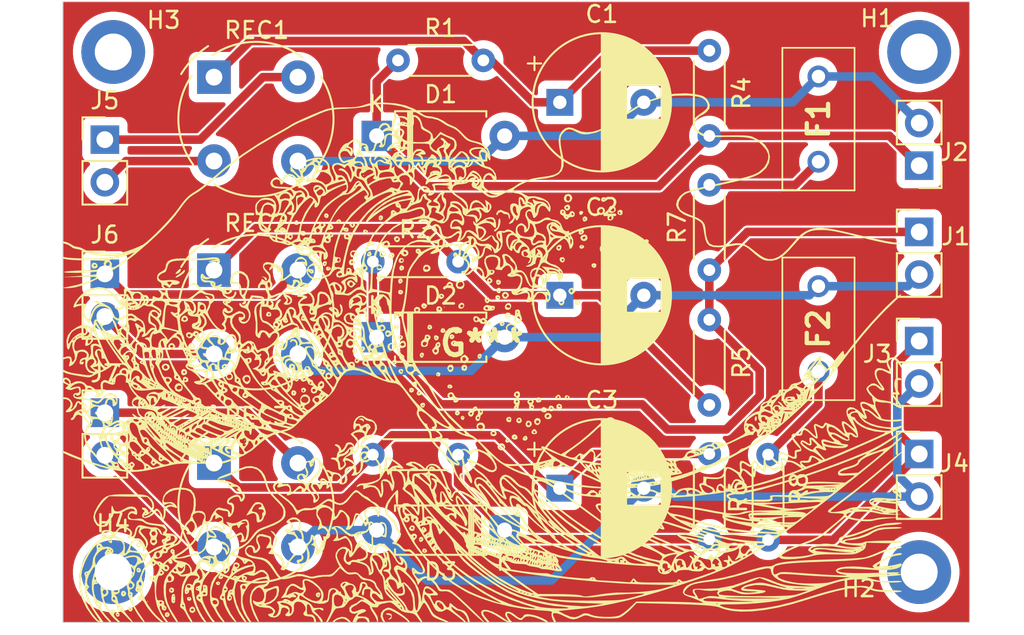
<source format=kicad_pcb>
(kicad_pcb (version 20241229) (generator "pcbnew") (generator_version "9.0")
  (layers (0 "F.Cu" signal) (2 "B.Cu" signal) (13 "F.Paste" user) (15 "B.Paste" user) (5 "F.SilkS" user "F.Silkscreen") (7 "B.SilkS" user "B.Silkscreen") (1 "F.Mask" user) (3 "B.Mask" user) (25 "Edge.Cuts" user))
  (net 0 "")
  (net 1 "/GND1")
  (net 2 "Net-(D1-K)")
  (net 3 "/GND2")
  (net 4 "Earth")
  (net 5 "Net-(REC1-+)")
  (net 6 "Net-(REC2-+)")
  (net 7 "Net-(REC3-+)")
  (net 8 "Net-(J5-Pin_2)")
  (net 9 "Net-(J5-Pin_1)")
  (net 10 "Net-(J6-Pin_1)")
  (net 11 "Net-(J6-Pin_2)")
  (net 12 "Net-(J7-Pin_2)")
  (net 13 "Net-(J7-Pin_1)")
  (net 14 "Net-(D2-K)")
  (net 15 "Net-(D3-K)")
  (net 16 "Net-(F1-Pad1)")
  (net 17 "Net-(F2-Pad1)")
  (footprint "MountingHole:MountingHole_2.2mm_M2_DIN965_Pad" (layer "F.Cu") (at 71 21.5)
    (property "Reference" "H1" (at -2.5 -2 0) (layer "F.SilkS"))
    (property "Value" "MountingHole")
    (pad "1" thru_hole circle (at 0 0) (size 3.8 3.8) (drill 2.2) (layers "*.Cu" "*.Mask"))
  )
  (footprint "Connector_PinHeader_2.54mm:PinHeader_1x02_P2.54mm_Vertical" (layer "F.Cu") (at 71 28.275 180)
    (property "Reference" "J1" (at -2.175 -4.225 0) (layer "F.SilkS"))
    (property "Value" "Conn_01x02_Pin")
    (pad "1" thru_hole rect (at 0 0 180) (size 1.7 1.7) (drill 1) (layers "*.Cu" "*.Mask") (net 2 "Net-(D1-K)"))
    (pad "2" thru_hole oval (at 0 2.54 180) (size 1.7 1.7) (drill 1) (layers "*.Cu" "*.Mask") (net 1 "/GND1"))
  )
  (footprint "Capacitor_THT:CP_Radial_D8.0mm_P5.00mm" (layer "F.Cu") (at 49.597349 36)
    (property "Reference" "C2" (at 2.5 -5.25 0) (layer "F.SilkS"))
    (property "Value" "C_Polarized")
    (pad "1" thru_hole rect (at 0 0) (size 1.6 1.6) (drill 0.8) (layers "*.Cu" "*.Mask") (net 6 "Net-(REC2-+)"))
    (pad "2" thru_hole circle (at 5 0) (size 1.6 1.6) (drill 0.8) (layers "*.Cu" "*.Mask") (net 3 "/GND2"))
  )
  (footprint "Connector_PinHeader_2.54mm:PinHeader_1x02_P2.54mm_Vertical" (layer "F.Cu") (at 22.5 34.725)
    (property "Reference" "J6" (at 0 -2.33 0) (layer "F.SilkS"))
    (property "Value" "Conn_01x02_Pin")
    (pad "1" thru_hole rect (at 0 0) (size 1.7 1.7) (drill 1) (layers "*.Cu" "*.Mask") (net 10 "Net-(J6-Pin_1)"))
    (pad "2" thru_hole oval (at 0 2.54) (size 1.7 1.7) (drill 1) (layers "*.Cu" "*.Mask") (net 11 "Net-(J6-Pin_2)"))
  )
  (footprint "Fuse:SS5H2AAPH" (layer "F.Cu") (at 65 40.54 90)
    (property "Reference" "F2" (at 2.54 0 90) (layer "F.SilkS") (effects (font (size 1.27 1.27) (thickness 0.254))))
    (property "Value" "Fuse" (hide yes))
    (pad "1" thru_hole circle (at 0 0 90) (size 1.3 1.3) (drill 0.8) (layers "*.Cu" "*.Mask") (net 17 "Net-(F2-Pad1)"))
    (pad "2" thru_hole circle (at 5.08 0 90) (size 1.3 1.3) (drill 0.8) (layers "*.Cu" "*.Mask") (net 3 "/GND2"))
  )
  (footprint "Resistor_THT:R_Axial_DIN0204_L3.6mm_D1.6mm_P5.08mm_Horizontal" (layer "F.Cu") (at 58.5 37.46 -90)
    (property "Reference" "R5" (at 2.54 -1.92 90) (layer "F.SilkS"))
    (property "Value" "R_US")
    (pad "1" thru_hole circle (at 0 0 270) (size 1.4 1.4) (drill 0.7) (layers "*.Cu" "*.Mask") (net 14 "Net-(D2-K)"))
    (pad "2" thru_hole oval (at 5.08 0 270) (size 1.4 1.4) (drill 0.7) (layers "*.Cu" "*.Mask") (net 6 "Net-(REC2-+)"))
  )
  (footprint "Diode_THT:Diode_Bridge_Round_D9.0mm" (layer "F.Cu") (at 29 34.5)
    (property "Reference" "REC2" (at 2.54 -2.794 0) (layer "F.SilkS"))
    (property "Value" "RB154")
    (pad "1" thru_hole rect (at 0 0) (size 2 2) (drill 1) (layers "*.Cu" "*.Mask") (net 6 "Net-(REC2-+)"))
    (pad "2" thru_hole oval (at 0 5) (size 2 2) (drill 1) (layers "*.Cu" "*.Mask") (net 11 "Net-(J6-Pin_2)"))
    (pad "3" thru_hole oval (at 5 5) (size 2 2) (drill 1) (layers "*.Cu" "*.Mask") (net 3 "/GND2"))
    (pad "4" thru_hole oval (at 5 0) (size 2 2) (drill 1) (layers "*.Cu" "*.Mask") (net 10 "Net-(J6-Pin_1)"))
  )
  (footprint "Capacitor_THT:CP_Radial_D8.0mm_P5.00mm" (layer "F.Cu") (at 49.597349 47.5)
    (property "Reference" "C3" (at 2.5 -5.25 0) (layer "F.SilkS"))
    (property "Value" "C_Polarized")
    (pad "1" thru_hole rect (at 0 0) (size 1.6 1.6) (drill 0.8) (layers "*.Cu" "*.Mask") (net 7 "Net-(REC3-+)"))
    (pad "2" thru_hole circle (at 5 0) (size 1.6 1.6) (drill 0.8) (layers "*.Cu" "*.Mask") (net 4 "Earth"))
  )
  (footprint "Resistor_THT:R_Axial_DIN0204_L3.6mm_D1.6mm_P5.08mm_Horizontal" (layer "F.Cu") (at 58.5 50.54 90)
    (property "Reference" "R6" (at 2.54 1.725 90) (layer "F.SilkS"))
    (property "Value" "R_US")
    (pad "1" thru_hole circle (at 0 0 90) (size 1.4 1.4) (drill 0.7) (layers "*.Cu" "*.Mask") (net 15 "Net-(D3-K)"))
    (pad "2" thru_hole oval (at 5.08 0 90) (size 1.4 1.4) (drill 0.7) (layers "*.Cu" "*.Mask") (net 7 "Net-(REC3-+)"))
  )
  (footprint "Resistor_THT:R_Axial_DIN0204_L3.6mm_D1.6mm_P5.08mm_Horizontal" (layer "F.Cu") (at 58.5 34.5 90)
    (property "Reference" "R7" (at 2.54 -1.92 90) (layer "F.SilkS"))
    (property "Value" "0_Ohm")
    (pad "1" thru_hole circle (at 0 0 90) (size 1.4 1.4) (drill 0.7) (layers "*.Cu" "*.Mask") (net 14 "Net-(D2-K)"))
    (pad "2" thru_hole oval (at 5.08 0 90) (size 1.4 1.4) (drill 0.7) (layers "*.Cu" "*.Mask") (net 16 "Net-(F1-Pad1)"))
  )
  (footprint "Connector_PinHeader_2.54mm:PinHeader_1x02_P2.54mm_Vertical" (layer "F.Cu") (at 71 32.225)
    (property "Reference" "J2" (at 2.075 -4.75 0) (layer "F.SilkS"))
    (property "Value" "Conn_01x02_Pin")
    (pad "1" thru_hole rect (at 0 0) (size 1.7 1.7) (drill 1) (layers "*.Cu" "*.Mask") (net 14 "Net-(D2-K)"))
    (pad "2" thru_hole oval (at 0 2.54) (size 1.7 1.7) (drill 1) (layers "*.Cu" "*.Mask") (net 3 "/GND2"))
  )
  (footprint "Connector_PinHeader_2.54mm:PinHeader_1x02_P2.54mm_Vertical" (layer "F.Cu") (at 71 38.725)
    (property "Reference" "J3" (at -2.5 0.775 0) (layer "F.SilkS"))
    (property "Value" "Conn_01x02_Pin")
    (pad "1" thru_hole rect (at 0 0) (size 1.7 1.7) (drill 1) (layers "*.Cu" "*.Mask") (net 15 "Net-(D3-K)"))
    (pad "2" thru_hole oval (at 0 2.54) (size 1.7 1.7) (drill 1) (layers "*.Cu" "*.Mask") (net 4 "Earth"))
  )
  (footprint "Connector_PinHeader_2.54mm:PinHeader_1x02_P2.54mm_Vertical" (layer "F.Cu") (at 71 45.46)
    (property "Reference" "J4" (at 2.1 0.565 0) (layer "F.SilkS"))
    (property "Value" "Conn_01x02_Pin")
    (pad "1" thru_hole rect (at 0 0) (size 1.7 1.7) (drill 1) (layers "*.Cu" "*.Mask") (net 15 "Net-(D3-K)"))
    (pad "2" thru_hole oval (at 0 2.54) (size 1.7 1.7) (drill 1) (layers "*.Cu" "*.Mask") (net 4 "Earth"))
  )
  (footprint "Resistor_THT:R_Axial_DIN0204_L3.6mm_D1.6mm_P5.08mm_Horizontal" (layer "F.Cu") (at 39.96 22)
    (property "Reference" "R1" (at 2.54 -1.92 0) (layer "F.SilkS"))
    (property "Value" "R_US")
    (pad "1" thru_hole circle (at 0 0) (size 1.4 1.4) (drill 0.7) (layers "*.Cu" "*.Mask") (net 2 "Net-(D1-K)"))
    (pad "2" thru_hole oval (at 5.08 0) (size 1.4 1.4) (drill 0.7) (layers "*.Cu" "*.Mask") (net 5 "Net-(REC1-+)"))
  )
  (footprint "Fuse:SS5H2AAPH" (layer "F.Cu") (at 65 28.04 90)
    (property "Reference" "F1" (at 2.54 0 90) (layer "F.SilkS") (effects (font (size 1.27 1.27) (thickness 0.254))))
    (property "Value" "Fuse" (hide yes))
    (pad "1" thru_hole circle (at 0 0 90) (size 1.3 1.3) (drill 0.8) (layers "*.Cu" "*.Mask") (net 16 "Net-(F1-Pad1)"))
    (pad "2" thru_hole circle (at 5.08 0 90) (size 1.3 1.3) (drill 0.8) (layers "*.Cu" "*.Mask") (net 1 "/GND1"))
  )
  (footprint "Resistor_THT:R_Axial_DIN0204_L3.6mm_D1.6mm_P5.08mm_Horizontal" (layer "F.Cu") (at 38.46 34)
    (property "Reference" "R2" (at 2.54 -1.92 0) (layer "F.SilkS"))
    (property "Value" "R_US")
    (pad "1" thru_hole circle (at 0 0) (size 1.4 1.4) (drill 0.7) (layers "*.Cu" "*.Mask") (net 14 "Net-(D2-K)"))
    (pad "2" thru_hole oval (at 5.08 0) (size 1.4 1.4) (drill 0.7) (layers "*.Cu" "*.Mask") (net 6 "Net-(REC2-+)"))
  )
  (footprint "LOGO" (layer "F.Cu") (at 44.958 38.862)
    (property "Reference" "G***" (at 0 0 0) (layer "F.SilkS") (effects (font (size 1.5 1.5) (thickness 0.3))))
    (property "Value" "LOGO" (hide yes))
  )
  (footprint "MountingHole:MountingHole_2.2mm_M2_DIN965_Pad" (layer "F.Cu") (at 23 52.5)
    (property "Reference" "H4" (at 0 -2.9 0) (layer "F.SilkS"))
    (property "Value" "MountingHole")
    (pad "1" thru_hole circle (at 0 0) (size 3.8 3.8) (drill 2.2) (layers "*.Cu" "*.Mask"))
  )
  (footprint "Resistor_THT:R_Axial_DIN0204_L3.6mm_D1.6mm_P5.08mm_Horizontal" (layer "F.Cu") (at 58.5 26.5 90)
    (property "Reference" "R4" (at 2.54 1.925 90) (layer "F.SilkS"))
    (property "Value" "R_US")
    (pad "1" thru_hole circle (at 0 0 90) (size 1.4 1.4) (drill 0.7) (layers "*.Cu" "*.Mask") (net 2 "Net-(D1-K)"))
    (pad "2" thru_hole oval (at 5.08 0 90) (size 1.4 1.4) (drill 0.7) (layers "*.Cu" "*.Mask") (net 5 "Net-(REC1-+)"))
  )
  (footprint "Capacitor_THT:CP_Radial_D8.0mm_P5.00mm" (layer "F.Cu") (at 49.597349 24.5)
    (property "Reference" "C1" (at 2.5 -5.25 0) (layer "F.SilkS"))
    (property "Value" "C_Polarized")
    (pad "1" thru_hole rect (at 0 0) (size 1.6 1.6) (drill 0.8) (layers "*.Cu" "*.Mask") (net 5 "Net-(REC1-+)"))
    (pad "2" thru_hole circle (at 5 0) (size 1.6 1.6) (drill 0.8) (layers "*.Cu" "*.Mask") (net 1 "/GND1"))
  )
  (footprint "Diode_THT:D_A-405_P7.62mm_Horizontal" (layer "F.Cu") (at 38.69 38.5)
    (property "Reference" "D2" (at 3.81 -2.47 0) (layer "F.SilkS"))
    (property "Value" "1N4148WT")
    (fp_text user "K" (at 0 -1.9 0) (layer "F.SilkS"))
    (pad "1" thru_hole rect (at 0 0) (size 1.8 1.8) (drill 0.9) (layers "*.Cu" "*.Mask") (net 14 "Net-(D2-K)"))
    (pad "2" thru_hole oval (at 7.62 0) (size 1.8 1.8) (drill 0.9) (layers "*.Cu" "*.Mask") (net 3 "/GND2"))
  )
  (footprint "Diode_THT:D_A-405_P7.62mm_Horizontal" (layer "F.Cu") (at 38.69 26.5)
    (property "Reference" "D1" (at 3.81 -2.47 0) (layer "F.SilkS"))
    (property "Value" "1N4148WT")
    (fp_text user "K" (at 0 -1.9 0) (layer "F.SilkS"))
    (pad "1" thru_hole rect (at 0 0) (size 1.8 1.8) (drill 0.9) (layers "*.Cu" "*.Mask") (net 2 "Net-(D1-K)"))
    (pad "2" thru_hole oval (at 7.62 0) (size 1.8 1.8) (drill 0.9) (layers "*.Cu" "*.Mask") (net 1 "/GND1"))
  )
  (footprint "Resistor_THT:R_Axial_DIN0204_L3.6mm_D1.6mm_P5.08mm_Horizontal" (layer "F.Cu") (at 43.54 45.5 180)
    (property "Reference" "R3" (hide yes))
    (property "Value" "R_US")
    (pad "1" thru_hole circle (at 0 0 180) (size 1.4 1.4) (drill 0.7) (layers "*.Cu" "*.Mask") (net 15 "Net-(D3-K)"))
    (pad "2" thru_hole oval (at 5.08 0 180) (size 1.4 1.4) (drill 0.7) (layers "*.Cu" "*.Mask") (net 7 "Net-(REC3-+)"))
  )
  (footprint "Diode_THT:Diode_Bridge_Round_D9.0mm" (layer "F.Cu") (at 29 46)
    (property "Reference" "REC3" (at 2.54 -2.794 0) (layer "F.SilkS"))
    (property "Value" "RB154")
    (pad "1" thru_hole rect (at 0 0) (size 2 2) (drill 1) (layers "*.Cu" "*.Mask") (net 7 "Net-(REC3-+)"))
    (pad "2" thru_hole oval (at 0 5) (size 2 2) (drill 1) (layers "*.Cu" "*.Mask") (net 12 "Net-(J7-Pin_2)"))
    (pad "3" thru_hole oval (at 5 5) (size 2 2) (drill 1) (layers "*.Cu" "*.Mask") (net 4 "Earth"))
    (pad "4" thru_hole oval (at 5 0) (size 2 2) (drill 1) (layers "*.Cu" "*.Mask") (net 13 "Net-(J7-Pin_1)"))
  )
  (footprint "Diode_THT:D_A-405_P7.62mm_Horizontal" (layer "F.Cu") (at 46.31 50 180)
    (property "Reference" "D3" (at 3.81 -2.47 0) (layer "F.SilkS"))
    (property "Value" "1N4148WT")
    (fp_text user "K" (at 0 -1.9 0) (layer "F.SilkS"))
    (pad "1" thru_hole rect (at 0 0 180) (size 1.8 1.8) (drill 0.9) (layers "*.Cu" "*.Mask") (net 15 "Net-(D3-K)"))
    (pad "2" thru_hole oval (at 7.62 0 180) (size 1.8 1.8) (drill 0.9) (layers "*.Cu" "*.Mask") (net 4 "Earth"))
  )
  (footprint "MountingHole:MountingHole_2.2mm_M2_DIN965_Pad" (layer "F.Cu") (at 71 52.5)
    (property "Reference" "H2" (at -3.6 0.975 0) (layer "F.SilkS"))
    (property "Value" "MountingHole")
    (pad "1" thru_hole circle (at 0 0) (size 3.8 3.8) (drill 2.2) (layers "*.Cu" "*.Mask"))
  )
  (footprint "Diode_THT:Diode_Bridge_Round_D9.0mm" (layer "F.Cu") (at 29 23)
    (property "Reference" "REC1" (at 2.54 -2.794 0) (layer "F.SilkS"))
    (property "Value" "RB154")
    (pad "1" thru_hole rect (at 0 0) (size 2 2) (drill 1) (layers "*.Cu" "*.Mask") (net 5 "Net-(REC1-+)"))
    (pad "2" thru_hole oval (at 0 5) (size 2 2) (drill 1) (layers "*.Cu" "*.Mask") (net 8 "Net-(J5-Pin_2)"))
    (pad "3" thru_hole oval (at 5 5) (size 2 2) (drill 1) (layers "*.Cu" "*.Mask") (net 1 "/GND1"))
    (pad "4" thru_hole oval (at 5 0) (size 2 2) (drill 1) (layers "*.Cu" "*.Mask") (net 9 "Net-(J5-Pin_1)"))
  )
  (footprint "MountingHole:MountingHole_2.2mm_M2_DIN965_Pad" (layer "F.Cu") (at 23 21.5)
    (property "Reference" "H3" (at 3 -1.9 0) (layer "F.SilkS"))
    (property "Value" "MountingHole")
    (pad "1" thru_hole circle (at 0 0) (size 3.8 3.8) (drill 2.2) (layers "*.Cu" "*.Mask"))
  )
  (footprint "Connector_PinHeader_2.54mm:PinHeader_1x02_P2.54mm_Vertical" (layer "F.Cu") (at 22.5 26.725)
    (property "Reference" "J5" (at 0 -2.33 0) (layer "F.SilkS"))
    (property "Value" "Conn_01x02_Pin")
    (pad "1" thru_hole rect (at 0 0) (size 1.7 1.7) (drill 1) (layers "*.Cu" "*.Mask") (net 9 "Net-(J5-Pin_1)"))
    (pad "2" thru_hole oval (at 0 2.54) (size 1.7 1.7) (drill 1) (layers "*.Cu" "*.Mask") (net 8 "Net-(J5-Pin_2)"))
  )
  (footprint "Resistor_THT:R_Axial_DIN0204_L3.6mm_D1.6mm_P5.08mm_Horizontal" (layer "F.Cu") (at 62 50.58 90)
    (property "Reference" "R8" (at 3.055 1.85 90) (layer "F.SilkS"))
    (property "Value" "0_Ohm")
    (pad "1" thru_hole circle (at 0 0 90) (size 1.4 1.4) (drill 0.7) (layers "*.Cu" "*.Mask") (net 15 "Net-(D3-K)"))
    (pad "2" thru_hole oval (at 5.08 0 90) (size 1.4 1.4) (drill 0.7) (layers "*.Cu" "*.Mask") (net 17 "Net-(F2-Pad1)"))
  )
  (footprint "Connector_PinHeader_2.54mm:PinHeader_1x02_P2.54mm_Vertical" (layer "F.Cu") (at 22.5 43)
    (property "Reference" "J7" (at 0 -2.33 0) (layer "F.SilkS"))
    (property "Value" "Conn_01x02_Pin")
    (pad "1" thru_hole rect (at 0 0) (size 1.7 1.7) (drill 1) (layers "*.Cu" "*.Mask") (net 13 "Net-(J7-Pin_1)"))
    (pad "2" thru_hole oval (at 0 2.54) (size 1.7 1.7) (drill 1) (layers "*.Cu" "*.Mask") (net 12 "Net-(J7-Pin_2)"))
  )
  (gr_rect (start 20 18.5) (end 74 55.5) (stroke (width 0.05)) (fill no) (layer "Edge.Cuts"))
  (segment (start 63.46 24.5) (end 65 22.96) (width 0.508) (layer "B.Cu") (net 1))
  (segment (start 68.225 22.96) (end 71 25.735) (width 0.508) (layer "B.Cu") (net 1))
  (segment (start 34 28) (end 44.81 28) (width 0.508) (layer "B.Cu") (net 1))
  (segment (start 52.597349 26.5) (end 54.597349 24.5) (width 0.508) (layer "B.Cu") (net 1))
  (segment (start 54.597349 24.5) (end 63.46 24.5) (width 0.508) (layer "B.Cu") (net 1))
  (segment (start 44.81 28) (end 46.31 26.5) (width 0.508) (layer "B.Cu") (net 1))
  (segment (start 65 22.96) (end 68.225 22.96) (width 0.508) (layer "B.Cu") (net 1))
  (segment (start 46.31 26.5) (end 52.597349 26.5) (width 0.508) (layer "B.Cu") (net 1))
  (segment (start 58.5 26.5) (end 69.225 26.5) (width 0.508) (layer "F.Cu") (net 2))
  (segment (start 41.69 29.5) (end 55.5 29.5) (width 0.508) (layer "F.Cu") (net 2))
  (segment (start 38.69 26.5) (end 41.69 29.5) (width 0.508) (layer "F.Cu") (net 2))
  (segment (start 38.69 23.27) (end 39.96 22) (width 0.508) (layer "F.Cu") (net 2))
  (segment (start 69.225 26.5) (end 71 28.275) (width 0.508) (layer "F.Cu") (net 2))
  (segment (start 55.5 29.5) (end 58.5 26.5) (width 0.508) (layer "F.Cu") (net 2))
  (segment (start 38.69 26.5) (end 38.69 23.27) (width 0.508) (layer "F.Cu") (net 2))
  (segment (start 35 40.5) (end 44.31 40.5) (width 0.508) (layer "B.Cu") (net 3))
  (segment (start 65 35.46) (end 70.305 35.46) (width 0.508) (layer "B.Cu") (net 3))
  (segment (start 34 39.5) (end 35 40.5) (width 0.508) (layer "B.Cu") (net 3))
  (segment (start 54.597349 36) (end 64.46 36) (width 0.508) (layer "B.Cu") (net 3))
  (segment (start 44.31 40.5) (end 46.31 38.5) (width 0.508) (layer "B.Cu") (net 3))
  (segment (start 64.46 36) (end 65 35.46) (width 0.508) (layer "B.Cu") (net 3))
  (segment (start 70.305 35.46) (end 71 34.765) (width 0.508) (layer "B.Cu") (net 3))
  (segment (start 46.31 38.5) (end 52.097349 38.5) (width 0.508) (layer "B.Cu") (net 3))
  (segment (start 52.097349 38.5) (end 54.597349 36) (width 0.508) (layer "B.Cu") (net 3))
  (segment (start 69.695 46.695) (end 69.695 42.57) (width 0.508) (layer "B.Cu") (net 4))
  (segment (start 41.69 53) (end 49.097349 53) (width 0.508) (layer "B.Cu") (net 4))
  (segment (start 71 48) (end 69.695 46.695) (width 0.508) (layer "B.Cu") (net 4))
  (segment (start 56.5 48) (end 71 48) (width 0.508) (layer "B.Cu") (net 4))
  (segment (start 34 51) (end 35 50) (width 0.508) (layer "B.Cu") (net 4))
  (segment (start 35 50) (end 38.69 50) (width 0.508) (layer "B.Cu") (net 4))
  (segment (start 69.695 42.57) (end 71 41.265) (width 0.508) (layer "B.Cu") (net 4))
  (segment (start 54.597349 47.5) (end 56 47.5) (width 0.508) (layer "B.Cu") (net 4))
  (segment (start 49.097349 53) (end 54.597349 47.5) (width 0.508) (layer "B.Cu") (net 4))
  (segment (start 56 47.5) (end 56.5 48) (width 0.508) (layer "B.Cu") (net 4))
  (segment (start 38.69 50) (end 41.69 53) (width 0.508) (layer "B.Cu") (net 4))
  (segment (start 31.155 20.845) (end 29 23) (width 0.508) (layer "F.Cu") (net 5))
  (segment (start 52.677349 21.42) (end 58.5 21.42) (width 0.508) (layer "F.Cu") (net 5))
  (segment (start 45.04 22) (end 45.5 22) (width 0.508) (layer "F.Cu") (net 5))
  (segment (start 45.04 22) (end 43.885 20.845) (width 0.508) (layer "F.Cu") (net 5))
  (segment (start 49.597349 24.5) (end 52.677349 21.42) (width 0.508) (layer "F.Cu") (net 5))
  (segment (start 48 24.5) (end 49.597349 24.5) (width 0.508) (layer "F.Cu") (net 5))
  (segment (start 43.885 20.845) (end 31.155 20.845) (width 0.508) (layer "F.Cu") (net 5))
  (segment (start 45.5 22) (end 48 24.5) (width 0.508) (layer "F.Cu") (net 5))
  (segment (start 49.597349 36) (end 51.96 36) (width 0.508) (layer "F.Cu") (net 6))
  (segment (start 51.96 36) (end 58.5 42.54) (width 0.508) (layer "F.Cu") (net 6))
  (segment (start 49.597349 36) (end 45.54 36) (width 0.508) (layer "F.Cu") (net 6))
  (segment (start 41.54 32) (end 43.54 34) (width 0.508) (layer "F.Cu") (net 6))
  (segment (start 31.5 32) (end 41.54 32) (width 0.508) (layer "F.Cu") (net 6))
  (segment (start 45.54 36) (end 43.54 34) (width 0.508) (layer "F.Cu") (net 6))
  (segment (start 29 34.5) (end 31.5 32) (width 0.508) (layer "F.Cu") (net 6))
  (segment (start 38.46 45.5) (end 39.615 44.345) (width 0.508) (layer "F.Cu") (net 7))
  (segment (start 38.46 45.5) (end 36.505 47.455) (width 0.508) (layer "F.Cu") (net 7))
  (segment (start 51.637349 45.46) (end 58.5 45.46) (width 0.508) (layer "F.Cu") (net 7))
  (segment (start 36.505 47.455) (end 30.455 47.455) (width 0.508) (layer "F.Cu") (net 7))
  (segment (start 49.597349 47.5) (end 51.637349 45.46) (width 0.508) (layer "F.Cu") (net 7))
  (segment (start 39.615 44.345) (end 45.845 44.345) (width 0.508) (layer "F.Cu") (net 7))
  (segment (start 45.845 44.345) (end 49 47.5) (width 0.508) (layer "F.Cu") (net 7))
  (segment (start 49 47.5) (end 49.597349 47.5) (width 0.508) (layer "F.Cu") (net 7))
  (segment (start 30.455 47.455) (end 29 46) (width 0.508) (layer "F.Cu") (net 7))
  (segment (start 22.5 29.265) (end 23.765 28) (width 0.508) (layer "F.Cu") (net 8))
  (segment (start 23.765 28) (end 29 28) (width 0.508) (layer "F.Cu") (net 8))
  (segment (start 28.185 26.725) (end 31.91 23) (width 0.508) (layer "F.Cu") (net 9))
  (segment (start 22.5 26.725) (end 28.185 26.725) (width 0.508) (layer "F.Cu") (net 9))
  (segment (start 31.91 23) (end 34 23) (width 0.508) (layer "F.Cu") (net 9))
  (segment (start 32.545 35.955) (end 34 34.5) (width 0.508) (layer "F.Cu") (net 10))
  (segment (start 22.5 34.725) (end 23.73 35.955) (width 0.508) (layer "F.Cu") (net 10))
  (segment (start 23.73 35.955) (end 32.545 35.955) (width 0.508) (layer "F.Cu") (net 10))
  (segment (start 22.5 37.265) (end 24.735 39.5) (width 0.508) (layer "F.Cu") (net 11))
  (segment (start 24.735 39.5) (end 29 39.5) (width 0.508) (layer "F.Cu") (net 11))
  (segment (start 27.96 51) (end 29 51) (width 0.508) (layer "F.Cu") (net 12))
  (segment (start 22.5 45.54) (end 27.96 51) (width 0.508) (layer "F.Cu") (net 12))
  (segment (start 31 43) (end 34 46) (width 0.508) (layer "F.Cu") (net 13))
  (segment (start 22.5 43) (end 31 43) (width 0.508) (layer "F.Cu") (net 13))
  (segment (start 38.46 34) (end 38.46 38.27) (width 0.508) (layer "F.Cu") (net 14))
  (segment (start 61.5 40.46) (end 58.5 37.46) (width 0.508) (layer "F.Cu") (net 14))
  (segment (start 42.5 42.5) (end 54.5 42.5) (width 0.508) (layer "F.Cu") (net 14))
  (segment (start 58.5 34.5) (end 60.775 32.225) (width 0.508) (layer "F.Cu") (net 14))
  (segment (start 61.5 42) (end 61.5 40.46) (width 0.508) (layer "F.Cu") (net 14))
  (segment (start 38.69 38.69) (end 42.5 42.5) (width 0.508) (layer "F.Cu") (net 14))
  (segment (start 60.775 32.225) (end 71 32.225) (width 0.508) (layer "F.Cu") (net 14))
  (segment (start 38.69 38.5) (end 38.69 38.69) (width 0.508) (layer "F.Cu") (net 14))
  (segment (start 38.46 38.27) (end 38.69 38.5) (width 0.508) (layer "F.Cu") (net 14))
  (segment (start 56 44) (end 59.5 44) (width 0.508) (layer "F.Cu") (net 14))
  (segment (start 58.5 37.46) (end 58.5 34.5) (width 0.508) (layer "F.Cu") (net 14))
  (segment (start 54.5 42.5) (end 56 44) (width 0.508) (layer "F.Cu") (net 14))
  (segment (start 59.5 44) (end 61.5 42) (width 0.508) (layer "F.Cu") (net 14))
  (segment (start 46.31 50) (end 46.5 50) (width 0.508) (layer "F.Cu") (net 15))
  (segment (start 65.88 50.58) (end 71 45.46) (width 0.508) (layer "F.Cu") (net 15))
  (segment (start 43.54 47.23) (end 46.31 50) (width 0.508) (layer "F.Cu") (net 15))
  (segment (start 58.5 50.54) (end 61.96 50.54) (width 0.508) (layer "F.Cu") (net 15))
  (segment (start 69.695 44.155) (end 69.695 40.03) (width 0.508) (layer "F.Cu") (net 15))
  (segment (start 71 45.46) (end 69.695 44.155) (width 0.508) (layer "F.Cu") (net 15))
  (segment (start 46.5 50) (end 47.04 50.54) (width 0.508) (layer "F.Cu") (net 15))
  (segment (start 47.04 50.54) (end 58.5 50.54) (width 0.508) (layer "F.Cu") (net 15))
  (segment (start 69.695 40.03) (end 71 38.725) (width 0.508) (layer "F.Cu") (net 15))
  (segment (start 62 50.58) (end 65.88 50.58) (width 0.508) (layer "F.Cu") (net 15))
  (segment (start 61.96 50.54) (end 62 50.58) (width 0.508) (layer "F.Cu") (net 15))
  (segment (start 43.54 45.5) (end 43.54 47.23) (width 0.508) (layer "F.Cu") (net 15))
  (segment (start 63.62 29.42) (end 65 28.04) (width 0.508) (layer "F.Cu") (net 16))
  (segment (start 58.5 29.42) (end 63.62 29.42) (width 0.508) (layer "F.Cu") (net 16))
  (segment (start 65 40.54) (end 65 42.5) (width 0.508) (layer "F.Cu") (net 17))
  (segment (start 65 42.5) (end 62 45.5) (width 0.508) (layer "F.Cu") (net 17))
  (zone (net 0) (net_name "") (layer "F.Cu") (connect_pads (clearance 0.5)) (min_thickness 0.25) (fill yes (thermal_gap 0.5) (thermal_bridge_width 0.5) (island_removal_mode 1) (island_area_min 10))
    (polygon (pts (xy 20 18.5) (xy 74 18.5) (xy 74 55.5) (xy 20 55.5)))
  )
)
</source>
